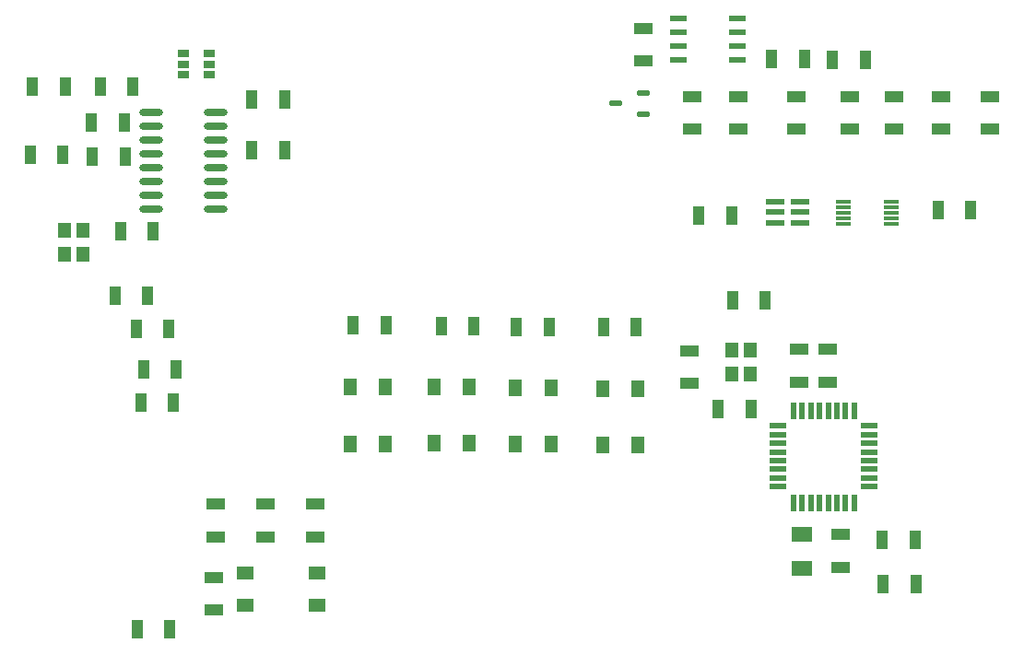
<source format=gtp>
G04*
G04 #@! TF.GenerationSoftware,Altium Limited,Altium Designer,23.1.1 (15)*
G04*
G04 Layer_Color=8421504*
%FSLAX44Y44*%
%MOMM*%
G71*
G04*
G04 #@! TF.SameCoordinates,32E53F4C-9CDF-4151-867A-B185B0D7BA91*
G04*
G04*
G04 #@! TF.FilePolarity,Positive*
G04*
G01*
G75*
%ADD21R,1.1176X1.8034*%
%ADD22O,2.2000X0.6096*%
%ADD23R,1.1999X1.3998*%
%ADD24R,1.0000X0.7000*%
%ADD25R,1.8034X1.1176*%
%ADD26R,1.5500X0.6000*%
G04:AMPARAMS|DCode=27|XSize=1.61mm|YSize=0.59mm|CornerRadius=0.0738mm|HoleSize=0mm|Usage=FLASHONLY|Rotation=0.000|XOffset=0mm|YOffset=0mm|HoleType=Round|Shape=RoundedRectangle|*
%AMROUNDEDRECTD27*
21,1,1.6100,0.4425,0,0,0.0*
21,1,1.4625,0.5900,0,0,0.0*
1,1,0.1475,0.7313,-0.2213*
1,1,0.1475,-0.7313,-0.2213*
1,1,0.1475,-0.7313,0.2213*
1,1,0.1475,0.7313,0.2213*
%
%ADD27ROUNDEDRECTD27*%
G04:AMPARAMS|DCode=28|XSize=1.21mm|YSize=0.59mm|CornerRadius=0.1475mm|HoleSize=0mm|Usage=FLASHONLY|Rotation=180.000|XOffset=0mm|YOffset=0mm|HoleType=Round|Shape=RoundedRectangle|*
%AMROUNDEDRECTD28*
21,1,1.2100,0.2950,0,0,180.0*
21,1,0.9150,0.5900,0,0,180.0*
1,1,0.2950,-0.4575,0.1475*
1,1,0.2950,0.4575,0.1475*
1,1,0.2950,0.4575,-0.1475*
1,1,0.2950,-0.4575,-0.1475*
%
%ADD28ROUNDEDRECTD28*%
%ADD29R,1.5500X0.5080*%
%ADD30R,0.5080X1.5500*%
%ADD31R,1.4700X0.3000*%
%ADD32R,1.4500X0.3000*%
%ADD33R,1.5000X1.2000*%
%ADD34R,1.8542X1.3716*%
%ADD35R,1.2065X1.6500*%
D21*
X578358Y296164D02*
D03*
X548386D02*
D03*
X498094Y295910D02*
D03*
X468122D02*
D03*
X429006Y296672D02*
D03*
X399034D02*
D03*
X318262Y297688D02*
D03*
X348234D02*
D03*
X119634Y17780D02*
D03*
X149606D02*
D03*
X155956Y256540D02*
D03*
X125984D02*
D03*
X123444Y226060D02*
D03*
X153416D02*
D03*
X129540Y324612D02*
D03*
X99568D02*
D03*
X119126Y294132D02*
D03*
X149098D02*
D03*
X134366Y383540D02*
D03*
X104394D02*
D03*
X653542Y220726D02*
D03*
X683514D02*
D03*
X696722Y320040D02*
D03*
X666750D02*
D03*
X665988Y398272D02*
D03*
X636016D02*
D03*
X805180Y59690D02*
D03*
X835152D02*
D03*
X834390Y100330D02*
D03*
X804418D02*
D03*
X855472Y403098D02*
D03*
X885444D02*
D03*
X702818Y541782D02*
D03*
X732790D02*
D03*
X758698Y541020D02*
D03*
X788670D02*
D03*
X108712Y452628D02*
D03*
X78740D02*
D03*
X77978Y483870D02*
D03*
X107950D02*
D03*
X86106Y516890D02*
D03*
X116078D02*
D03*
X53594Y516636D02*
D03*
X23622D02*
D03*
X51816Y454152D02*
D03*
X21844D02*
D03*
X255270Y458470D02*
D03*
X225298D02*
D03*
X255270Y504698D02*
D03*
X225298D02*
D03*
D22*
X132334Y492760D02*
D03*
Y480060D02*
D03*
Y467360D02*
D03*
Y454660D02*
D03*
Y441960D02*
D03*
Y429260D02*
D03*
Y416560D02*
D03*
Y403860D02*
D03*
X191770D02*
D03*
Y416560D02*
D03*
Y429260D02*
D03*
Y441960D02*
D03*
Y454660D02*
D03*
Y467360D02*
D03*
Y480060D02*
D03*
Y492760D02*
D03*
D23*
X69959Y362381D02*
D03*
Y384381D02*
D03*
X52959Y362381D02*
D03*
Y384382D02*
D03*
X666260Y274732D02*
D03*
Y252730D02*
D03*
X683260Y274730D02*
D03*
Y252730D02*
D03*
D24*
X162052Y546862D02*
D03*
Y537362D02*
D03*
Y527862D02*
D03*
X185677D02*
D03*
Y537362D02*
D03*
Y546862D02*
D03*
D25*
X584708Y540512D02*
D03*
Y570484D02*
D03*
X627380Y273812D02*
D03*
Y243840D02*
D03*
X629920Y507492D02*
D03*
Y477520D02*
D03*
X754380Y275082D02*
D03*
Y245110D02*
D03*
X727710Y275082D02*
D03*
Y245110D02*
D03*
X858520Y507492D02*
D03*
Y477520D02*
D03*
X774700Y507492D02*
D03*
Y477520D02*
D03*
X815340D02*
D03*
Y507492D02*
D03*
X671830Y477520D02*
D03*
Y507492D02*
D03*
X725170D02*
D03*
Y477520D02*
D03*
X190500Y65532D02*
D03*
Y35560D02*
D03*
X191770Y103124D02*
D03*
Y133096D02*
D03*
X283210Y132842D02*
D03*
Y102870D02*
D03*
X237490D02*
D03*
Y132842D02*
D03*
X765810Y75184D02*
D03*
Y105156D02*
D03*
X902970Y477520D02*
D03*
Y507492D02*
D03*
D26*
X616890Y579628D02*
D03*
Y566928D02*
D03*
Y554228D02*
D03*
Y541528D02*
D03*
X670890Y579628D02*
D03*
Y566928D02*
D03*
Y554228D02*
D03*
Y541528D02*
D03*
D27*
X705612Y410820D02*
D03*
Y401320D02*
D03*
Y391820D02*
D03*
X728512D02*
D03*
Y401320D02*
D03*
Y410820D02*
D03*
D28*
X584558Y491642D02*
D03*
X559458Y501142D02*
D03*
X584558Y510642D02*
D03*
D29*
X792570Y204960D02*
D03*
Y197086D02*
D03*
Y188958D02*
D03*
Y181084D02*
D03*
Y172956D02*
D03*
Y165082D02*
D03*
Y156954D02*
D03*
Y149080D02*
D03*
X708570D02*
D03*
Y156954D02*
D03*
Y165082D02*
D03*
Y172956D02*
D03*
Y181084D02*
D03*
Y188958D02*
D03*
Y197086D02*
D03*
Y204960D02*
D03*
D30*
X778510Y134530D02*
D03*
X770636D02*
D03*
X762508D02*
D03*
X754634D02*
D03*
X746506D02*
D03*
X738632D02*
D03*
X730504D02*
D03*
X722630D02*
D03*
Y218530D02*
D03*
X730504D02*
D03*
X738632D02*
D03*
X746506D02*
D03*
X754634D02*
D03*
X762508D02*
D03*
X770636D02*
D03*
X778510D02*
D03*
D31*
X812448Y410558D02*
D03*
Y405558D02*
D03*
Y400558D02*
D03*
Y395558D02*
D03*
Y390558D02*
D03*
X768448D02*
D03*
Y395558D02*
D03*
Y400558D02*
D03*
Y405558D02*
D03*
D32*
Y410558D02*
D03*
D33*
X218968Y39864D02*
D03*
X284968Y69864D02*
D03*
Y39864D02*
D03*
X218968Y69864D02*
D03*
D34*
X730250Y74168D02*
D03*
Y105410D02*
D03*
D35*
X547243Y239360D02*
D03*
Y187360D02*
D03*
X579501Y239360D02*
D03*
Y187360D02*
D03*
X315595Y240630D02*
D03*
Y188630D02*
D03*
X347853Y240630D02*
D03*
Y188630D02*
D03*
X467487Y240122D02*
D03*
Y188122D02*
D03*
X499745Y240122D02*
D03*
Y188122D02*
D03*
X392811Y241138D02*
D03*
Y189138D02*
D03*
X425069Y241138D02*
D03*
Y189138D02*
D03*
M02*

</source>
